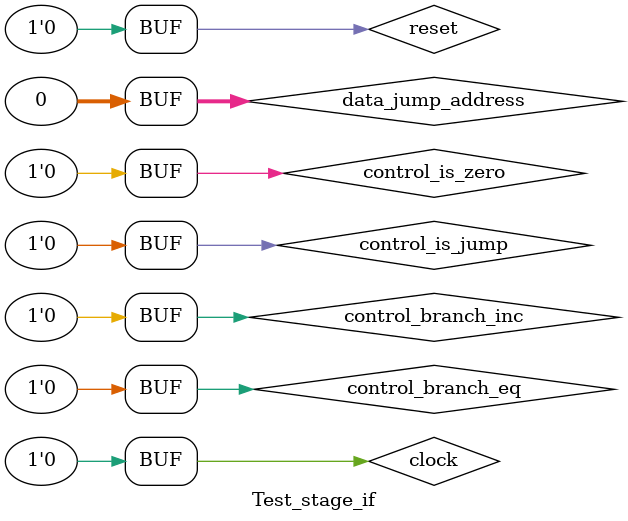
<source format=v>
`timescale 1ns / 1ps


module Test_stage_if;

	// Inputs
	reg clock;
	reg reset;
	reg control_is_jump;
	reg control_branch_eq;
	reg control_branch_inc;
	reg control_is_zero;
	reg [31:0] data_jump_address;

	// Outputs
	wire [31:0] instruction;

	// Instantiate the Unit Under Test (UUT)
	stage_if uut (
		.clock(clock), 
		.reset(reset), 
		.control_is_jump(control_is_jump), 
		.control_branch_eq(control_branch_eq), 
		.control_branch_inc(control_branch_inc), 
		.control_is_zero(control_is_zero), 
		.data_jump_address(data_jump_address), 
		.instruction(instruction)
	);

	initial begin
		// Initialize Inputs
		clock = 0;
		reset = 0;
		control_is_jump = 0;
		control_branch_eq = 0;
		control_branch_inc = 0;
		control_is_zero = 0;
		data_jump_address = 0;

		// Wait 100 ns for global reset to finish
		#100;
        
		// Add stimulus here

	end
      
endmodule


</source>
